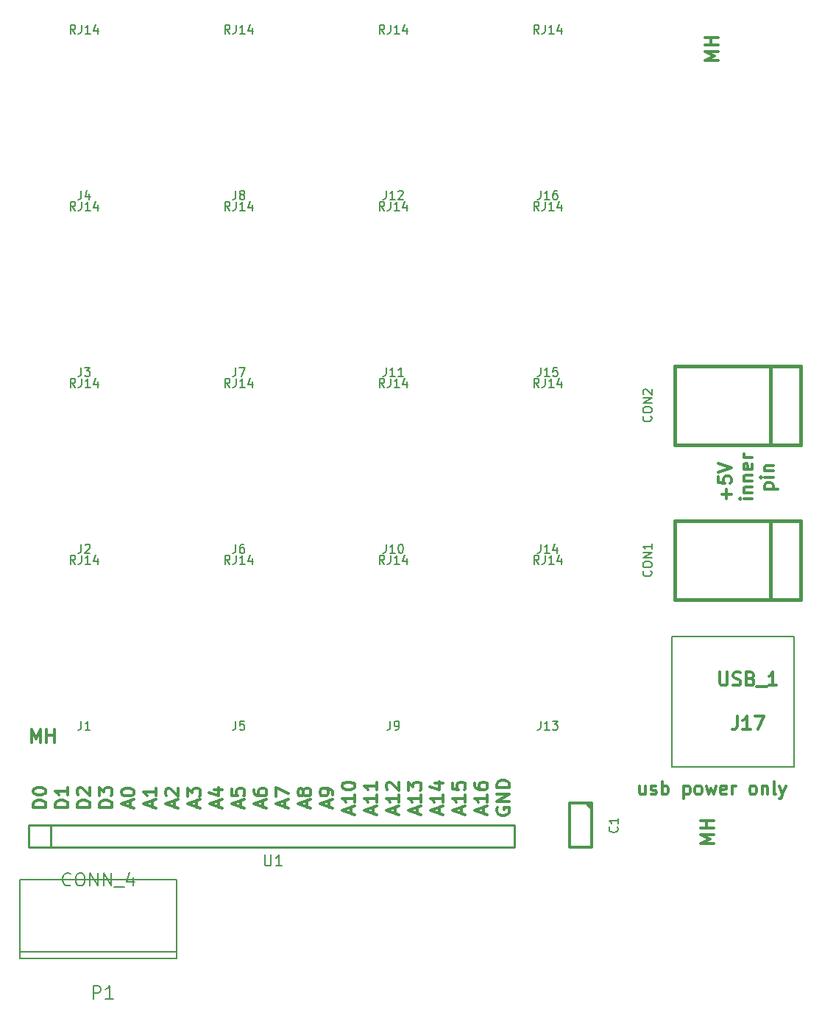
<source format=gto>
%FSLAX34Y34*%
G04 Gerber Fmt 3.4, Leading zero omitted, Abs format*
G04 (created by PCBNEW (2014-jan-25)-product) date Wed 30 Apr 2014 08:14:39 PM MDT*
%MOIN*%
G01*
G70*
G90*
G04 APERTURE LIST*
%ADD10C,0.003937*%
%ADD11C,0.011811*%
%ADD12C,0.012000*%
%ADD13C,0.015000*%
%ADD14C,0.005000*%
%ADD15C,0.010000*%
%ADD16C,0.005906*%
%ADD17C,0.008000*%
G04 APERTURE END LIST*
G54D10*
G54D11*
X69417Y-47708D02*
X69417Y-48101D01*
X69164Y-47708D02*
X69164Y-48017D01*
X69192Y-48073D01*
X69249Y-48101D01*
X69333Y-48101D01*
X69389Y-48073D01*
X69417Y-48045D01*
X69670Y-48073D02*
X69727Y-48101D01*
X69839Y-48101D01*
X69895Y-48073D01*
X69924Y-48017D01*
X69924Y-47989D01*
X69895Y-47933D01*
X69839Y-47904D01*
X69755Y-47904D01*
X69699Y-47876D01*
X69670Y-47820D01*
X69670Y-47792D01*
X69699Y-47736D01*
X69755Y-47708D01*
X69839Y-47708D01*
X69895Y-47736D01*
X70177Y-48101D02*
X70177Y-47511D01*
X70177Y-47736D02*
X70233Y-47708D01*
X70345Y-47708D01*
X70402Y-47736D01*
X70430Y-47764D01*
X70458Y-47820D01*
X70458Y-47989D01*
X70430Y-48045D01*
X70402Y-48073D01*
X70345Y-48101D01*
X70233Y-48101D01*
X70177Y-48073D01*
X71161Y-47708D02*
X71161Y-48298D01*
X71161Y-47736D02*
X71217Y-47708D01*
X71330Y-47708D01*
X71386Y-47736D01*
X71414Y-47764D01*
X71442Y-47820D01*
X71442Y-47989D01*
X71414Y-48045D01*
X71386Y-48073D01*
X71330Y-48101D01*
X71217Y-48101D01*
X71161Y-48073D01*
X71780Y-48101D02*
X71723Y-48073D01*
X71695Y-48045D01*
X71667Y-47989D01*
X71667Y-47820D01*
X71695Y-47764D01*
X71723Y-47736D01*
X71780Y-47708D01*
X71864Y-47708D01*
X71920Y-47736D01*
X71948Y-47764D01*
X71976Y-47820D01*
X71976Y-47989D01*
X71948Y-48045D01*
X71920Y-48073D01*
X71864Y-48101D01*
X71780Y-48101D01*
X72173Y-47708D02*
X72286Y-48101D01*
X72398Y-47820D01*
X72511Y-48101D01*
X72623Y-47708D01*
X73073Y-48073D02*
X73017Y-48101D01*
X72904Y-48101D01*
X72848Y-48073D01*
X72820Y-48017D01*
X72820Y-47792D01*
X72848Y-47736D01*
X72904Y-47708D01*
X73017Y-47708D01*
X73073Y-47736D01*
X73101Y-47792D01*
X73101Y-47848D01*
X72820Y-47904D01*
X73354Y-48101D02*
X73354Y-47708D01*
X73354Y-47820D02*
X73383Y-47764D01*
X73411Y-47736D01*
X73467Y-47708D01*
X73523Y-47708D01*
X74254Y-48101D02*
X74198Y-48073D01*
X74170Y-48045D01*
X74142Y-47989D01*
X74142Y-47820D01*
X74170Y-47764D01*
X74198Y-47736D01*
X74254Y-47708D01*
X74339Y-47708D01*
X74395Y-47736D01*
X74423Y-47764D01*
X74451Y-47820D01*
X74451Y-47989D01*
X74423Y-48045D01*
X74395Y-48073D01*
X74339Y-48101D01*
X74254Y-48101D01*
X74704Y-47708D02*
X74704Y-48101D01*
X74704Y-47764D02*
X74732Y-47736D01*
X74789Y-47708D01*
X74873Y-47708D01*
X74929Y-47736D01*
X74957Y-47792D01*
X74957Y-48101D01*
X75323Y-48101D02*
X75267Y-48073D01*
X75239Y-48017D01*
X75239Y-47511D01*
X75492Y-47708D02*
X75632Y-48101D01*
X75773Y-47708D02*
X75632Y-48101D01*
X75576Y-48242D01*
X75548Y-48270D01*
X75492Y-48298D01*
X73097Y-34734D02*
X73097Y-34284D01*
X73322Y-34509D02*
X72872Y-34509D01*
X72731Y-33721D02*
X72731Y-34003D01*
X73012Y-34031D01*
X72984Y-34003D01*
X72956Y-33946D01*
X72956Y-33806D01*
X72984Y-33749D01*
X73012Y-33721D01*
X73069Y-33693D01*
X73209Y-33693D01*
X73266Y-33721D01*
X73294Y-33749D01*
X73322Y-33806D01*
X73322Y-33946D01*
X73294Y-34003D01*
X73266Y-34031D01*
X72731Y-33525D02*
X73322Y-33328D01*
X72731Y-33131D01*
X74267Y-34720D02*
X73873Y-34720D01*
X73676Y-34720D02*
X73704Y-34748D01*
X73732Y-34720D01*
X73704Y-34692D01*
X73676Y-34720D01*
X73732Y-34720D01*
X73873Y-34438D02*
X74267Y-34438D01*
X73929Y-34438D02*
X73901Y-34410D01*
X73873Y-34354D01*
X73873Y-34270D01*
X73901Y-34214D01*
X73957Y-34185D01*
X74267Y-34185D01*
X73873Y-33904D02*
X74267Y-33904D01*
X73929Y-33904D02*
X73901Y-33876D01*
X73873Y-33820D01*
X73873Y-33735D01*
X73901Y-33679D01*
X73957Y-33651D01*
X74267Y-33651D01*
X74239Y-33145D02*
X74267Y-33201D01*
X74267Y-33314D01*
X74239Y-33370D01*
X74182Y-33398D01*
X73957Y-33398D01*
X73901Y-33370D01*
X73873Y-33314D01*
X73873Y-33201D01*
X73901Y-33145D01*
X73957Y-33117D01*
X74014Y-33117D01*
X74070Y-33398D01*
X74267Y-32864D02*
X73873Y-32864D01*
X73985Y-32864D02*
X73929Y-32836D01*
X73901Y-32807D01*
X73873Y-32751D01*
X73873Y-32695D01*
X74818Y-34284D02*
X75408Y-34284D01*
X74846Y-34284D02*
X74818Y-34228D01*
X74818Y-34115D01*
X74846Y-34059D01*
X74874Y-34031D01*
X74930Y-34003D01*
X75099Y-34003D01*
X75155Y-34031D01*
X75183Y-34059D01*
X75212Y-34115D01*
X75212Y-34228D01*
X75183Y-34284D01*
X75212Y-33750D02*
X74818Y-33750D01*
X74621Y-33750D02*
X74649Y-33778D01*
X74677Y-33750D01*
X74649Y-33721D01*
X74621Y-33750D01*
X74677Y-33750D01*
X74818Y-33468D02*
X75212Y-33468D01*
X74874Y-33468D02*
X74846Y-33440D01*
X74818Y-33384D01*
X74818Y-33300D01*
X74846Y-33243D01*
X74902Y-33215D01*
X75212Y-33215D01*
X60098Y-48953D02*
X60098Y-48671D01*
X60267Y-49009D02*
X59676Y-48812D01*
X60267Y-48615D01*
X60267Y-48109D02*
X60267Y-48446D01*
X60267Y-48278D02*
X59676Y-48278D01*
X59760Y-48334D01*
X59817Y-48390D01*
X59845Y-48446D01*
X59873Y-47603D02*
X60267Y-47603D01*
X59648Y-47743D02*
X60070Y-47884D01*
X60070Y-47518D01*
X62704Y-48699D02*
X62676Y-48756D01*
X62676Y-48840D01*
X62704Y-48924D01*
X62760Y-48981D01*
X62817Y-49009D01*
X62929Y-49037D01*
X63014Y-49037D01*
X63126Y-49009D01*
X63182Y-48981D01*
X63239Y-48924D01*
X63267Y-48840D01*
X63267Y-48784D01*
X63239Y-48699D01*
X63210Y-48671D01*
X63014Y-48671D01*
X63014Y-48784D01*
X63267Y-48418D02*
X62676Y-48418D01*
X63267Y-48081D01*
X62676Y-48081D01*
X63267Y-47800D02*
X62676Y-47800D01*
X62676Y-47659D01*
X62704Y-47575D01*
X62760Y-47518D01*
X62817Y-47490D01*
X62929Y-47462D01*
X63014Y-47462D01*
X63126Y-47490D01*
X63182Y-47518D01*
X63239Y-47575D01*
X63267Y-47659D01*
X63267Y-47800D01*
X62098Y-48953D02*
X62098Y-48671D01*
X62267Y-49009D02*
X61676Y-48812D01*
X62267Y-48615D01*
X62267Y-48109D02*
X62267Y-48446D01*
X62267Y-48278D02*
X61676Y-48278D01*
X61760Y-48334D01*
X61817Y-48390D01*
X61845Y-48446D01*
X61676Y-47603D02*
X61676Y-47715D01*
X61704Y-47771D01*
X61732Y-47800D01*
X61817Y-47856D01*
X61929Y-47884D01*
X62154Y-47884D01*
X62210Y-47856D01*
X62239Y-47828D01*
X62267Y-47771D01*
X62267Y-47659D01*
X62239Y-47603D01*
X62210Y-47575D01*
X62154Y-47546D01*
X62014Y-47546D01*
X61957Y-47575D01*
X61929Y-47603D01*
X61901Y-47659D01*
X61901Y-47771D01*
X61929Y-47828D01*
X61957Y-47856D01*
X62014Y-47884D01*
X61098Y-48953D02*
X61098Y-48671D01*
X61267Y-49009D02*
X60676Y-48812D01*
X61267Y-48615D01*
X61267Y-48109D02*
X61267Y-48446D01*
X61267Y-48278D02*
X60676Y-48278D01*
X60760Y-48334D01*
X60817Y-48390D01*
X60845Y-48446D01*
X60676Y-47575D02*
X60676Y-47856D01*
X60957Y-47884D01*
X60929Y-47856D01*
X60901Y-47800D01*
X60901Y-47659D01*
X60929Y-47603D01*
X60957Y-47575D01*
X61014Y-47546D01*
X61154Y-47546D01*
X61210Y-47575D01*
X61239Y-47603D01*
X61267Y-47659D01*
X61267Y-47800D01*
X61239Y-47856D01*
X61210Y-47884D01*
X56098Y-48953D02*
X56098Y-48671D01*
X56267Y-49009D02*
X55676Y-48812D01*
X56267Y-48615D01*
X56267Y-48109D02*
X56267Y-48446D01*
X56267Y-48278D02*
X55676Y-48278D01*
X55760Y-48334D01*
X55817Y-48390D01*
X55845Y-48446D01*
X55676Y-47743D02*
X55676Y-47687D01*
X55704Y-47631D01*
X55732Y-47603D01*
X55789Y-47575D01*
X55901Y-47546D01*
X56042Y-47546D01*
X56154Y-47575D01*
X56210Y-47603D01*
X56239Y-47631D01*
X56267Y-47687D01*
X56267Y-47743D01*
X56239Y-47800D01*
X56210Y-47828D01*
X56154Y-47856D01*
X56042Y-47884D01*
X55901Y-47884D01*
X55789Y-47856D01*
X55732Y-47828D01*
X55704Y-47800D01*
X55676Y-47743D01*
X57098Y-48953D02*
X57098Y-48671D01*
X57267Y-49009D02*
X56676Y-48812D01*
X57267Y-48615D01*
X57267Y-48109D02*
X57267Y-48446D01*
X57267Y-48278D02*
X56676Y-48278D01*
X56760Y-48334D01*
X56817Y-48390D01*
X56845Y-48446D01*
X57267Y-47546D02*
X57267Y-47884D01*
X57267Y-47715D02*
X56676Y-47715D01*
X56760Y-47771D01*
X56817Y-47828D01*
X56845Y-47884D01*
X58098Y-48953D02*
X58098Y-48671D01*
X58267Y-49009D02*
X57676Y-48812D01*
X58267Y-48615D01*
X58267Y-48109D02*
X58267Y-48446D01*
X58267Y-48278D02*
X57676Y-48278D01*
X57760Y-48334D01*
X57817Y-48390D01*
X57845Y-48446D01*
X57732Y-47884D02*
X57704Y-47856D01*
X57676Y-47800D01*
X57676Y-47659D01*
X57704Y-47603D01*
X57732Y-47575D01*
X57789Y-47546D01*
X57845Y-47546D01*
X57929Y-47575D01*
X58267Y-47912D01*
X58267Y-47546D01*
X59098Y-48953D02*
X59098Y-48671D01*
X59267Y-49009D02*
X58676Y-48812D01*
X59267Y-48615D01*
X59267Y-48109D02*
X59267Y-48446D01*
X59267Y-48278D02*
X58676Y-48278D01*
X58760Y-48334D01*
X58817Y-48390D01*
X58845Y-48446D01*
X58676Y-47912D02*
X58676Y-47546D01*
X58901Y-47743D01*
X58901Y-47659D01*
X58929Y-47603D01*
X58957Y-47575D01*
X59014Y-47546D01*
X59154Y-47546D01*
X59210Y-47575D01*
X59239Y-47603D01*
X59267Y-47659D01*
X59267Y-47828D01*
X59239Y-47884D01*
X59210Y-47912D01*
X55098Y-48671D02*
X55098Y-48390D01*
X55267Y-48728D02*
X54676Y-48531D01*
X55267Y-48334D01*
X55267Y-48109D02*
X55267Y-47996D01*
X55239Y-47940D01*
X55210Y-47912D01*
X55126Y-47856D01*
X55014Y-47828D01*
X54789Y-47828D01*
X54732Y-47856D01*
X54704Y-47884D01*
X54676Y-47940D01*
X54676Y-48053D01*
X54704Y-48109D01*
X54732Y-48137D01*
X54789Y-48165D01*
X54929Y-48165D01*
X54985Y-48137D01*
X55014Y-48109D01*
X55042Y-48053D01*
X55042Y-47940D01*
X55014Y-47884D01*
X54985Y-47856D01*
X54929Y-47828D01*
X54098Y-48671D02*
X54098Y-48390D01*
X54267Y-48728D02*
X53676Y-48531D01*
X54267Y-48334D01*
X53929Y-48053D02*
X53901Y-48109D01*
X53873Y-48137D01*
X53817Y-48165D01*
X53789Y-48165D01*
X53732Y-48137D01*
X53704Y-48109D01*
X53676Y-48053D01*
X53676Y-47940D01*
X53704Y-47884D01*
X53732Y-47856D01*
X53789Y-47828D01*
X53817Y-47828D01*
X53873Y-47856D01*
X53901Y-47884D01*
X53929Y-47940D01*
X53929Y-48053D01*
X53957Y-48109D01*
X53985Y-48137D01*
X54042Y-48165D01*
X54154Y-48165D01*
X54210Y-48137D01*
X54239Y-48109D01*
X54267Y-48053D01*
X54267Y-47940D01*
X54239Y-47884D01*
X54210Y-47856D01*
X54154Y-47828D01*
X54042Y-47828D01*
X53985Y-47856D01*
X53957Y-47884D01*
X53929Y-47940D01*
X53098Y-48671D02*
X53098Y-48390D01*
X53267Y-48728D02*
X52676Y-48531D01*
X53267Y-48334D01*
X52676Y-48193D02*
X52676Y-47800D01*
X53267Y-48053D01*
X52098Y-48671D02*
X52098Y-48390D01*
X52267Y-48728D02*
X51676Y-48531D01*
X52267Y-48334D01*
X51676Y-47884D02*
X51676Y-47996D01*
X51704Y-48053D01*
X51732Y-48081D01*
X51817Y-48137D01*
X51929Y-48165D01*
X52154Y-48165D01*
X52210Y-48137D01*
X52239Y-48109D01*
X52267Y-48053D01*
X52267Y-47940D01*
X52239Y-47884D01*
X52210Y-47856D01*
X52154Y-47828D01*
X52014Y-47828D01*
X51957Y-47856D01*
X51929Y-47884D01*
X51901Y-47940D01*
X51901Y-48053D01*
X51929Y-48109D01*
X51957Y-48137D01*
X52014Y-48165D01*
X51098Y-48671D02*
X51098Y-48390D01*
X51267Y-48728D02*
X50676Y-48531D01*
X51267Y-48334D01*
X50676Y-47856D02*
X50676Y-48137D01*
X50957Y-48165D01*
X50929Y-48137D01*
X50901Y-48081D01*
X50901Y-47940D01*
X50929Y-47884D01*
X50957Y-47856D01*
X51014Y-47828D01*
X51154Y-47828D01*
X51210Y-47856D01*
X51239Y-47884D01*
X51267Y-47940D01*
X51267Y-48081D01*
X51239Y-48137D01*
X51210Y-48165D01*
X50098Y-48671D02*
X50098Y-48390D01*
X50267Y-48728D02*
X49676Y-48531D01*
X50267Y-48334D01*
X49873Y-47884D02*
X50267Y-47884D01*
X49648Y-48025D02*
X50070Y-48165D01*
X50070Y-47800D01*
X49098Y-48671D02*
X49098Y-48390D01*
X49267Y-48728D02*
X48676Y-48531D01*
X49267Y-48334D01*
X48676Y-48193D02*
X48676Y-47828D01*
X48901Y-48025D01*
X48901Y-47940D01*
X48929Y-47884D01*
X48957Y-47856D01*
X49014Y-47828D01*
X49154Y-47828D01*
X49210Y-47856D01*
X49239Y-47884D01*
X49267Y-47940D01*
X49267Y-48109D01*
X49239Y-48165D01*
X49210Y-48193D01*
X48098Y-48671D02*
X48098Y-48390D01*
X48267Y-48728D02*
X47676Y-48531D01*
X48267Y-48334D01*
X47732Y-48165D02*
X47704Y-48137D01*
X47676Y-48081D01*
X47676Y-47940D01*
X47704Y-47884D01*
X47732Y-47856D01*
X47789Y-47828D01*
X47845Y-47828D01*
X47929Y-47856D01*
X48267Y-48193D01*
X48267Y-47828D01*
X47098Y-48671D02*
X47098Y-48390D01*
X47267Y-48728D02*
X46676Y-48531D01*
X47267Y-48334D01*
X47267Y-47828D02*
X47267Y-48165D01*
X47267Y-47996D02*
X46676Y-47996D01*
X46760Y-48053D01*
X46817Y-48109D01*
X46845Y-48165D01*
X46098Y-48671D02*
X46098Y-48390D01*
X46267Y-48728D02*
X45676Y-48531D01*
X46267Y-48334D01*
X45676Y-48025D02*
X45676Y-47968D01*
X45704Y-47912D01*
X45732Y-47884D01*
X45789Y-47856D01*
X45901Y-47828D01*
X46042Y-47828D01*
X46154Y-47856D01*
X46210Y-47884D01*
X46239Y-47912D01*
X46267Y-47968D01*
X46267Y-48025D01*
X46239Y-48081D01*
X46210Y-48109D01*
X46154Y-48137D01*
X46042Y-48165D01*
X45901Y-48165D01*
X45789Y-48137D01*
X45732Y-48109D01*
X45704Y-48081D01*
X45676Y-48025D01*
X45267Y-48685D02*
X44676Y-48685D01*
X44676Y-48545D01*
X44704Y-48460D01*
X44760Y-48404D01*
X44817Y-48376D01*
X44929Y-48348D01*
X45014Y-48348D01*
X45126Y-48376D01*
X45182Y-48404D01*
X45239Y-48460D01*
X45267Y-48545D01*
X45267Y-48685D01*
X44676Y-48151D02*
X44676Y-47785D01*
X44901Y-47982D01*
X44901Y-47898D01*
X44929Y-47842D01*
X44957Y-47814D01*
X45014Y-47785D01*
X45154Y-47785D01*
X45210Y-47814D01*
X45239Y-47842D01*
X45267Y-47898D01*
X45267Y-48067D01*
X45239Y-48123D01*
X45210Y-48151D01*
X44267Y-48685D02*
X43676Y-48685D01*
X43676Y-48545D01*
X43704Y-48460D01*
X43760Y-48404D01*
X43817Y-48376D01*
X43929Y-48348D01*
X44014Y-48348D01*
X44126Y-48376D01*
X44182Y-48404D01*
X44239Y-48460D01*
X44267Y-48545D01*
X44267Y-48685D01*
X43732Y-48123D02*
X43704Y-48095D01*
X43676Y-48039D01*
X43676Y-47898D01*
X43704Y-47842D01*
X43732Y-47814D01*
X43789Y-47785D01*
X43845Y-47785D01*
X43929Y-47814D01*
X44267Y-48151D01*
X44267Y-47785D01*
X43267Y-48685D02*
X42676Y-48685D01*
X42676Y-48545D01*
X42704Y-48460D01*
X42760Y-48404D01*
X42817Y-48376D01*
X42929Y-48348D01*
X43014Y-48348D01*
X43126Y-48376D01*
X43182Y-48404D01*
X43239Y-48460D01*
X43267Y-48545D01*
X43267Y-48685D01*
X43267Y-47785D02*
X43267Y-48123D01*
X43267Y-47954D02*
X42676Y-47954D01*
X42760Y-48010D01*
X42817Y-48067D01*
X42845Y-48123D01*
X42267Y-48685D02*
X41676Y-48685D01*
X41676Y-48545D01*
X41704Y-48460D01*
X41760Y-48404D01*
X41817Y-48376D01*
X41929Y-48348D01*
X42014Y-48348D01*
X42126Y-48376D01*
X42182Y-48404D01*
X42239Y-48460D01*
X42267Y-48545D01*
X42267Y-48685D01*
X41676Y-47982D02*
X41676Y-47926D01*
X41704Y-47870D01*
X41732Y-47842D01*
X41789Y-47814D01*
X41901Y-47785D01*
X42042Y-47785D01*
X42154Y-47814D01*
X42210Y-47842D01*
X42239Y-47870D01*
X42267Y-47926D01*
X42267Y-47982D01*
X42239Y-48039D01*
X42210Y-48067D01*
X42154Y-48095D01*
X42042Y-48123D01*
X41901Y-48123D01*
X41789Y-48095D01*
X41732Y-48067D01*
X41704Y-48039D01*
X41676Y-47982D01*
G54D12*
X67000Y-48520D02*
X67000Y-50500D01*
X67000Y-50500D02*
X66000Y-50500D01*
X66000Y-50500D02*
X66000Y-48500D01*
X66000Y-48500D02*
X67000Y-48500D01*
X66750Y-48500D02*
X67000Y-48750D01*
G54D13*
X75075Y-39272D02*
X75075Y-35728D01*
X76453Y-39272D02*
X76453Y-35728D01*
X76453Y-35728D02*
X70744Y-35728D01*
X70744Y-35728D02*
X70744Y-39272D01*
X70744Y-39272D02*
X76453Y-39272D01*
X75075Y-32272D02*
X75075Y-28728D01*
X76453Y-32272D02*
X76453Y-28728D01*
X76453Y-28728D02*
X70744Y-28728D01*
X70744Y-28728D02*
X70744Y-32272D01*
X70744Y-32272D02*
X76453Y-32272D01*
G54D14*
X70612Y-40947D02*
X76162Y-40947D01*
X76162Y-46847D02*
X70612Y-46847D01*
X70612Y-40947D02*
X70612Y-46847D01*
X76162Y-40947D02*
X76162Y-46847D01*
G54D15*
X42500Y-50500D02*
X63500Y-50500D01*
X63500Y-50500D02*
X63500Y-49500D01*
X63500Y-49500D02*
X42500Y-49500D01*
X41500Y-49500D02*
X42500Y-49500D01*
X42500Y-49500D02*
X42500Y-50500D01*
X41500Y-49500D02*
X41500Y-50500D01*
X41500Y-50500D02*
X42500Y-50500D01*
G54D16*
X48188Y-55236D02*
X48188Y-55511D01*
X48188Y-55511D02*
X41102Y-55511D01*
X41102Y-55511D02*
X41102Y-55236D01*
X48188Y-55118D02*
X48188Y-55236D01*
X48188Y-55236D02*
X41102Y-55236D01*
X41102Y-55236D02*
X41102Y-55078D01*
X41102Y-55118D02*
X41102Y-51968D01*
X41102Y-51968D02*
X48188Y-51968D01*
X48188Y-51968D02*
X48188Y-55118D01*
G54D17*
X68142Y-49566D02*
X68161Y-49585D01*
X68180Y-49642D01*
X68180Y-49680D01*
X68161Y-49738D01*
X68123Y-49776D01*
X68085Y-49795D01*
X68009Y-49814D01*
X67952Y-49814D01*
X67876Y-49795D01*
X67838Y-49776D01*
X67800Y-49738D01*
X67780Y-49680D01*
X67780Y-49642D01*
X67800Y-49585D01*
X67819Y-49566D01*
X68180Y-49185D02*
X68180Y-49414D01*
X68180Y-49299D02*
X67780Y-49299D01*
X67838Y-49338D01*
X67876Y-49376D01*
X67895Y-49414D01*
X69666Y-37985D02*
X69685Y-38004D01*
X69704Y-38061D01*
X69704Y-38100D01*
X69685Y-38157D01*
X69647Y-38195D01*
X69609Y-38214D01*
X69533Y-38233D01*
X69476Y-38233D01*
X69400Y-38214D01*
X69362Y-38195D01*
X69324Y-38157D01*
X69304Y-38100D01*
X69304Y-38061D01*
X69324Y-38004D01*
X69343Y-37985D01*
X69304Y-37738D02*
X69304Y-37661D01*
X69324Y-37623D01*
X69362Y-37585D01*
X69438Y-37566D01*
X69571Y-37566D01*
X69647Y-37585D01*
X69685Y-37623D01*
X69704Y-37661D01*
X69704Y-37738D01*
X69685Y-37776D01*
X69647Y-37814D01*
X69571Y-37833D01*
X69438Y-37833D01*
X69362Y-37814D01*
X69324Y-37776D01*
X69304Y-37738D01*
X69704Y-37395D02*
X69304Y-37395D01*
X69704Y-37166D01*
X69304Y-37166D01*
X69704Y-36766D02*
X69704Y-36995D01*
X69704Y-36880D02*
X69304Y-36880D01*
X69362Y-36919D01*
X69400Y-36957D01*
X69419Y-36995D01*
X69666Y-30985D02*
X69685Y-31004D01*
X69704Y-31061D01*
X69704Y-31100D01*
X69685Y-31157D01*
X69647Y-31195D01*
X69609Y-31214D01*
X69533Y-31233D01*
X69476Y-31233D01*
X69400Y-31214D01*
X69362Y-31195D01*
X69324Y-31157D01*
X69304Y-31100D01*
X69304Y-31061D01*
X69324Y-31004D01*
X69343Y-30985D01*
X69304Y-30738D02*
X69304Y-30661D01*
X69324Y-30623D01*
X69362Y-30585D01*
X69438Y-30566D01*
X69571Y-30566D01*
X69647Y-30585D01*
X69685Y-30623D01*
X69704Y-30661D01*
X69704Y-30738D01*
X69685Y-30776D01*
X69647Y-30814D01*
X69571Y-30833D01*
X69438Y-30833D01*
X69362Y-30814D01*
X69324Y-30776D01*
X69304Y-30738D01*
X69704Y-30395D02*
X69304Y-30395D01*
X69704Y-30166D01*
X69304Y-30166D01*
X69343Y-29995D02*
X69324Y-29976D01*
X69304Y-29938D01*
X69304Y-29842D01*
X69324Y-29804D01*
X69343Y-29785D01*
X69381Y-29766D01*
X69419Y-29766D01*
X69476Y-29785D01*
X69704Y-30014D01*
X69704Y-29766D01*
G54D12*
X73577Y-44569D02*
X73577Y-44997D01*
X73548Y-45083D01*
X73491Y-45140D01*
X73405Y-45169D01*
X73348Y-45169D01*
X74177Y-45169D02*
X73834Y-45169D01*
X74005Y-45169D02*
X74005Y-44569D01*
X73948Y-44654D01*
X73891Y-44711D01*
X73834Y-44740D01*
X74377Y-44569D02*
X74777Y-44569D01*
X74520Y-45169D01*
X72791Y-42569D02*
X72791Y-43054D01*
X72820Y-43111D01*
X72848Y-43140D01*
X72905Y-43169D01*
X73020Y-43169D01*
X73077Y-43140D01*
X73105Y-43111D01*
X73134Y-43054D01*
X73134Y-42569D01*
X73391Y-43140D02*
X73477Y-43169D01*
X73620Y-43169D01*
X73677Y-43140D01*
X73705Y-43111D01*
X73734Y-43054D01*
X73734Y-42997D01*
X73705Y-42940D01*
X73677Y-42911D01*
X73620Y-42883D01*
X73505Y-42854D01*
X73448Y-42826D01*
X73420Y-42797D01*
X73391Y-42740D01*
X73391Y-42683D01*
X73420Y-42626D01*
X73448Y-42597D01*
X73505Y-42569D01*
X73648Y-42569D01*
X73734Y-42597D01*
X74191Y-42854D02*
X74277Y-42883D01*
X74305Y-42911D01*
X74334Y-42969D01*
X74334Y-43054D01*
X74305Y-43111D01*
X74277Y-43140D01*
X74220Y-43169D01*
X73991Y-43169D01*
X73991Y-42569D01*
X74191Y-42569D01*
X74248Y-42597D01*
X74277Y-42626D01*
X74305Y-42683D01*
X74305Y-42740D01*
X74277Y-42797D01*
X74248Y-42826D01*
X74191Y-42854D01*
X73991Y-42854D01*
X74448Y-43226D02*
X74905Y-43226D01*
X75362Y-43169D02*
X75020Y-43169D01*
X75191Y-43169D02*
X75191Y-42569D01*
X75134Y-42654D01*
X75077Y-42711D01*
X75020Y-42740D01*
G54D17*
X52178Y-50828D02*
X52178Y-51233D01*
X52201Y-51280D01*
X52225Y-51304D01*
X52273Y-51328D01*
X52368Y-51328D01*
X52416Y-51304D01*
X52440Y-51280D01*
X52463Y-51233D01*
X52463Y-50828D01*
X52963Y-51328D02*
X52678Y-51328D01*
X52820Y-51328D02*
X52820Y-50828D01*
X52773Y-50899D01*
X52725Y-50947D01*
X52678Y-50971D01*
G54D16*
X43868Y-44784D02*
X43868Y-45065D01*
X43850Y-45121D01*
X43812Y-45159D01*
X43756Y-45178D01*
X43718Y-45178D01*
X44262Y-45178D02*
X44037Y-45178D01*
X44149Y-45178D02*
X44149Y-44784D01*
X44112Y-44840D01*
X44074Y-44878D01*
X44037Y-44896D01*
X43596Y-37678D02*
X43465Y-37490D01*
X43371Y-37678D02*
X43371Y-37284D01*
X43521Y-37284D01*
X43559Y-37303D01*
X43578Y-37321D01*
X43596Y-37359D01*
X43596Y-37415D01*
X43578Y-37453D01*
X43559Y-37471D01*
X43521Y-37490D01*
X43371Y-37490D01*
X43878Y-37284D02*
X43878Y-37565D01*
X43859Y-37621D01*
X43821Y-37659D01*
X43765Y-37678D01*
X43728Y-37678D01*
X44271Y-37678D02*
X44046Y-37678D01*
X44159Y-37678D02*
X44159Y-37284D01*
X44121Y-37340D01*
X44084Y-37378D01*
X44046Y-37396D01*
X44609Y-37415D02*
X44609Y-37678D01*
X44515Y-37265D02*
X44421Y-37546D01*
X44665Y-37546D01*
X43868Y-36784D02*
X43868Y-37065D01*
X43850Y-37121D01*
X43812Y-37159D01*
X43756Y-37178D01*
X43718Y-37178D01*
X44037Y-36821D02*
X44056Y-36803D01*
X44093Y-36784D01*
X44187Y-36784D01*
X44224Y-36803D01*
X44243Y-36821D01*
X44262Y-36859D01*
X44262Y-36896D01*
X44243Y-36953D01*
X44018Y-37178D01*
X44262Y-37178D01*
X43596Y-29678D02*
X43465Y-29490D01*
X43371Y-29678D02*
X43371Y-29284D01*
X43521Y-29284D01*
X43559Y-29303D01*
X43578Y-29321D01*
X43596Y-29359D01*
X43596Y-29415D01*
X43578Y-29453D01*
X43559Y-29471D01*
X43521Y-29490D01*
X43371Y-29490D01*
X43878Y-29284D02*
X43878Y-29565D01*
X43859Y-29621D01*
X43821Y-29659D01*
X43765Y-29678D01*
X43728Y-29678D01*
X44271Y-29678D02*
X44046Y-29678D01*
X44159Y-29678D02*
X44159Y-29284D01*
X44121Y-29340D01*
X44084Y-29378D01*
X44046Y-29396D01*
X44609Y-29415D02*
X44609Y-29678D01*
X44515Y-29265D02*
X44421Y-29546D01*
X44665Y-29546D01*
X43868Y-28784D02*
X43868Y-29065D01*
X43850Y-29121D01*
X43812Y-29159D01*
X43756Y-29178D01*
X43718Y-29178D01*
X44018Y-28784D02*
X44262Y-28784D01*
X44131Y-28934D01*
X44187Y-28934D01*
X44224Y-28953D01*
X44243Y-28971D01*
X44262Y-29009D01*
X44262Y-29103D01*
X44243Y-29140D01*
X44224Y-29159D01*
X44187Y-29178D01*
X44074Y-29178D01*
X44037Y-29159D01*
X44018Y-29140D01*
X43596Y-21678D02*
X43465Y-21490D01*
X43371Y-21678D02*
X43371Y-21284D01*
X43521Y-21284D01*
X43559Y-21303D01*
X43578Y-21321D01*
X43596Y-21359D01*
X43596Y-21415D01*
X43578Y-21453D01*
X43559Y-21471D01*
X43521Y-21490D01*
X43371Y-21490D01*
X43878Y-21284D02*
X43878Y-21565D01*
X43859Y-21621D01*
X43821Y-21659D01*
X43765Y-21678D01*
X43728Y-21678D01*
X44271Y-21678D02*
X44046Y-21678D01*
X44159Y-21678D02*
X44159Y-21284D01*
X44121Y-21340D01*
X44084Y-21378D01*
X44046Y-21396D01*
X44609Y-21415D02*
X44609Y-21678D01*
X44515Y-21265D02*
X44421Y-21546D01*
X44665Y-21546D01*
X43868Y-20784D02*
X43868Y-21065D01*
X43850Y-21121D01*
X43812Y-21159D01*
X43756Y-21178D01*
X43718Y-21178D01*
X44224Y-20915D02*
X44224Y-21178D01*
X44131Y-20765D02*
X44037Y-21046D01*
X44281Y-21046D01*
X43596Y-13678D02*
X43465Y-13490D01*
X43371Y-13678D02*
X43371Y-13284D01*
X43521Y-13284D01*
X43559Y-13303D01*
X43578Y-13321D01*
X43596Y-13359D01*
X43596Y-13415D01*
X43578Y-13453D01*
X43559Y-13471D01*
X43521Y-13490D01*
X43371Y-13490D01*
X43878Y-13284D02*
X43878Y-13565D01*
X43859Y-13621D01*
X43821Y-13659D01*
X43765Y-13678D01*
X43728Y-13678D01*
X44271Y-13678D02*
X44046Y-13678D01*
X44159Y-13678D02*
X44159Y-13284D01*
X44121Y-13340D01*
X44084Y-13378D01*
X44046Y-13396D01*
X44609Y-13415D02*
X44609Y-13678D01*
X44515Y-13265D02*
X44421Y-13546D01*
X44665Y-13546D01*
X50868Y-44784D02*
X50868Y-45065D01*
X50850Y-45121D01*
X50812Y-45159D01*
X50756Y-45178D01*
X50718Y-45178D01*
X51243Y-44784D02*
X51056Y-44784D01*
X51037Y-44971D01*
X51056Y-44953D01*
X51093Y-44934D01*
X51187Y-44934D01*
X51224Y-44953D01*
X51243Y-44971D01*
X51262Y-45009D01*
X51262Y-45103D01*
X51243Y-45140D01*
X51224Y-45159D01*
X51187Y-45178D01*
X51093Y-45178D01*
X51056Y-45159D01*
X51037Y-45140D01*
X50596Y-37678D02*
X50465Y-37490D01*
X50371Y-37678D02*
X50371Y-37284D01*
X50521Y-37284D01*
X50559Y-37303D01*
X50578Y-37321D01*
X50596Y-37359D01*
X50596Y-37415D01*
X50578Y-37453D01*
X50559Y-37471D01*
X50521Y-37490D01*
X50371Y-37490D01*
X50878Y-37284D02*
X50878Y-37565D01*
X50859Y-37621D01*
X50821Y-37659D01*
X50765Y-37678D01*
X50728Y-37678D01*
X51271Y-37678D02*
X51046Y-37678D01*
X51159Y-37678D02*
X51159Y-37284D01*
X51121Y-37340D01*
X51084Y-37378D01*
X51046Y-37396D01*
X51609Y-37415D02*
X51609Y-37678D01*
X51515Y-37265D02*
X51421Y-37546D01*
X51665Y-37546D01*
X50868Y-36784D02*
X50868Y-37065D01*
X50850Y-37121D01*
X50812Y-37159D01*
X50756Y-37178D01*
X50718Y-37178D01*
X51224Y-36784D02*
X51149Y-36784D01*
X51112Y-36803D01*
X51093Y-36821D01*
X51056Y-36878D01*
X51037Y-36953D01*
X51037Y-37103D01*
X51056Y-37140D01*
X51074Y-37159D01*
X51112Y-37178D01*
X51187Y-37178D01*
X51224Y-37159D01*
X51243Y-37140D01*
X51262Y-37103D01*
X51262Y-37009D01*
X51243Y-36971D01*
X51224Y-36953D01*
X51187Y-36934D01*
X51112Y-36934D01*
X51074Y-36953D01*
X51056Y-36971D01*
X51037Y-37009D01*
X50596Y-29678D02*
X50465Y-29490D01*
X50371Y-29678D02*
X50371Y-29284D01*
X50521Y-29284D01*
X50559Y-29303D01*
X50578Y-29321D01*
X50596Y-29359D01*
X50596Y-29415D01*
X50578Y-29453D01*
X50559Y-29471D01*
X50521Y-29490D01*
X50371Y-29490D01*
X50878Y-29284D02*
X50878Y-29565D01*
X50859Y-29621D01*
X50821Y-29659D01*
X50765Y-29678D01*
X50728Y-29678D01*
X51271Y-29678D02*
X51046Y-29678D01*
X51159Y-29678D02*
X51159Y-29284D01*
X51121Y-29340D01*
X51084Y-29378D01*
X51046Y-29396D01*
X51609Y-29415D02*
X51609Y-29678D01*
X51515Y-29265D02*
X51421Y-29546D01*
X51665Y-29546D01*
X50868Y-28784D02*
X50868Y-29065D01*
X50850Y-29121D01*
X50812Y-29159D01*
X50756Y-29178D01*
X50718Y-29178D01*
X51018Y-28784D02*
X51281Y-28784D01*
X51112Y-29178D01*
X50596Y-21678D02*
X50465Y-21490D01*
X50371Y-21678D02*
X50371Y-21284D01*
X50521Y-21284D01*
X50559Y-21303D01*
X50578Y-21321D01*
X50596Y-21359D01*
X50596Y-21415D01*
X50578Y-21453D01*
X50559Y-21471D01*
X50521Y-21490D01*
X50371Y-21490D01*
X50878Y-21284D02*
X50878Y-21565D01*
X50859Y-21621D01*
X50821Y-21659D01*
X50765Y-21678D01*
X50728Y-21678D01*
X51271Y-21678D02*
X51046Y-21678D01*
X51159Y-21678D02*
X51159Y-21284D01*
X51121Y-21340D01*
X51084Y-21378D01*
X51046Y-21396D01*
X51609Y-21415D02*
X51609Y-21678D01*
X51515Y-21265D02*
X51421Y-21546D01*
X51665Y-21546D01*
X50868Y-20784D02*
X50868Y-21065D01*
X50850Y-21121D01*
X50812Y-21159D01*
X50756Y-21178D01*
X50718Y-21178D01*
X51112Y-20953D02*
X51074Y-20934D01*
X51056Y-20915D01*
X51037Y-20878D01*
X51037Y-20859D01*
X51056Y-20821D01*
X51074Y-20803D01*
X51112Y-20784D01*
X51187Y-20784D01*
X51224Y-20803D01*
X51243Y-20821D01*
X51262Y-20859D01*
X51262Y-20878D01*
X51243Y-20915D01*
X51224Y-20934D01*
X51187Y-20953D01*
X51112Y-20953D01*
X51074Y-20971D01*
X51056Y-20990D01*
X51037Y-21028D01*
X51037Y-21103D01*
X51056Y-21140D01*
X51074Y-21159D01*
X51112Y-21178D01*
X51187Y-21178D01*
X51224Y-21159D01*
X51243Y-21140D01*
X51262Y-21103D01*
X51262Y-21028D01*
X51243Y-20990D01*
X51224Y-20971D01*
X51187Y-20953D01*
X50596Y-13678D02*
X50465Y-13490D01*
X50371Y-13678D02*
X50371Y-13284D01*
X50521Y-13284D01*
X50559Y-13303D01*
X50578Y-13321D01*
X50596Y-13359D01*
X50596Y-13415D01*
X50578Y-13453D01*
X50559Y-13471D01*
X50521Y-13490D01*
X50371Y-13490D01*
X50878Y-13284D02*
X50878Y-13565D01*
X50859Y-13621D01*
X50821Y-13659D01*
X50765Y-13678D01*
X50728Y-13678D01*
X51271Y-13678D02*
X51046Y-13678D01*
X51159Y-13678D02*
X51159Y-13284D01*
X51121Y-13340D01*
X51084Y-13378D01*
X51046Y-13396D01*
X51609Y-13415D02*
X51609Y-13678D01*
X51515Y-13265D02*
X51421Y-13546D01*
X51665Y-13546D01*
X57868Y-44784D02*
X57868Y-45065D01*
X57850Y-45121D01*
X57812Y-45159D01*
X57756Y-45178D01*
X57718Y-45178D01*
X58074Y-45178D02*
X58149Y-45178D01*
X58187Y-45159D01*
X58206Y-45140D01*
X58243Y-45084D01*
X58262Y-45009D01*
X58262Y-44859D01*
X58243Y-44821D01*
X58224Y-44803D01*
X58187Y-44784D01*
X58112Y-44784D01*
X58074Y-44803D01*
X58056Y-44821D01*
X58037Y-44859D01*
X58037Y-44953D01*
X58056Y-44990D01*
X58074Y-45009D01*
X58112Y-45028D01*
X58187Y-45028D01*
X58224Y-45009D01*
X58243Y-44990D01*
X58262Y-44953D01*
X57596Y-37678D02*
X57465Y-37490D01*
X57371Y-37678D02*
X57371Y-37284D01*
X57521Y-37284D01*
X57559Y-37303D01*
X57578Y-37321D01*
X57596Y-37359D01*
X57596Y-37415D01*
X57578Y-37453D01*
X57559Y-37471D01*
X57521Y-37490D01*
X57371Y-37490D01*
X57878Y-37284D02*
X57878Y-37565D01*
X57859Y-37621D01*
X57821Y-37659D01*
X57765Y-37678D01*
X57728Y-37678D01*
X58271Y-37678D02*
X58046Y-37678D01*
X58159Y-37678D02*
X58159Y-37284D01*
X58121Y-37340D01*
X58084Y-37378D01*
X58046Y-37396D01*
X58609Y-37415D02*
X58609Y-37678D01*
X58515Y-37265D02*
X58421Y-37546D01*
X58665Y-37546D01*
X57681Y-36784D02*
X57681Y-37065D01*
X57662Y-37121D01*
X57625Y-37159D01*
X57568Y-37178D01*
X57531Y-37178D01*
X58074Y-37178D02*
X57850Y-37178D01*
X57962Y-37178D02*
X57962Y-36784D01*
X57925Y-36840D01*
X57887Y-36878D01*
X57850Y-36896D01*
X58318Y-36784D02*
X58356Y-36784D01*
X58393Y-36803D01*
X58412Y-36821D01*
X58431Y-36859D01*
X58449Y-36934D01*
X58449Y-37028D01*
X58431Y-37103D01*
X58412Y-37140D01*
X58393Y-37159D01*
X58356Y-37178D01*
X58318Y-37178D01*
X58281Y-37159D01*
X58262Y-37140D01*
X58243Y-37103D01*
X58224Y-37028D01*
X58224Y-36934D01*
X58243Y-36859D01*
X58262Y-36821D01*
X58281Y-36803D01*
X58318Y-36784D01*
X57596Y-29678D02*
X57465Y-29490D01*
X57371Y-29678D02*
X57371Y-29284D01*
X57521Y-29284D01*
X57559Y-29303D01*
X57578Y-29321D01*
X57596Y-29359D01*
X57596Y-29415D01*
X57578Y-29453D01*
X57559Y-29471D01*
X57521Y-29490D01*
X57371Y-29490D01*
X57878Y-29284D02*
X57878Y-29565D01*
X57859Y-29621D01*
X57821Y-29659D01*
X57765Y-29678D01*
X57728Y-29678D01*
X58271Y-29678D02*
X58046Y-29678D01*
X58159Y-29678D02*
X58159Y-29284D01*
X58121Y-29340D01*
X58084Y-29378D01*
X58046Y-29396D01*
X58609Y-29415D02*
X58609Y-29678D01*
X58515Y-29265D02*
X58421Y-29546D01*
X58665Y-29546D01*
X57681Y-28784D02*
X57681Y-29065D01*
X57662Y-29121D01*
X57625Y-29159D01*
X57568Y-29178D01*
X57531Y-29178D01*
X58074Y-29178D02*
X57850Y-29178D01*
X57962Y-29178D02*
X57962Y-28784D01*
X57925Y-28840D01*
X57887Y-28878D01*
X57850Y-28896D01*
X58449Y-29178D02*
X58224Y-29178D01*
X58337Y-29178D02*
X58337Y-28784D01*
X58299Y-28840D01*
X58262Y-28878D01*
X58224Y-28896D01*
X57596Y-21678D02*
X57465Y-21490D01*
X57371Y-21678D02*
X57371Y-21284D01*
X57521Y-21284D01*
X57559Y-21303D01*
X57578Y-21321D01*
X57596Y-21359D01*
X57596Y-21415D01*
X57578Y-21453D01*
X57559Y-21471D01*
X57521Y-21490D01*
X57371Y-21490D01*
X57878Y-21284D02*
X57878Y-21565D01*
X57859Y-21621D01*
X57821Y-21659D01*
X57765Y-21678D01*
X57728Y-21678D01*
X58271Y-21678D02*
X58046Y-21678D01*
X58159Y-21678D02*
X58159Y-21284D01*
X58121Y-21340D01*
X58084Y-21378D01*
X58046Y-21396D01*
X58609Y-21415D02*
X58609Y-21678D01*
X58515Y-21265D02*
X58421Y-21546D01*
X58665Y-21546D01*
X57681Y-20784D02*
X57681Y-21065D01*
X57662Y-21121D01*
X57625Y-21159D01*
X57568Y-21178D01*
X57531Y-21178D01*
X58074Y-21178D02*
X57850Y-21178D01*
X57962Y-21178D02*
X57962Y-20784D01*
X57925Y-20840D01*
X57887Y-20878D01*
X57850Y-20896D01*
X58224Y-20821D02*
X58243Y-20803D01*
X58281Y-20784D01*
X58374Y-20784D01*
X58412Y-20803D01*
X58431Y-20821D01*
X58449Y-20859D01*
X58449Y-20896D01*
X58431Y-20953D01*
X58206Y-21178D01*
X58449Y-21178D01*
X57596Y-13678D02*
X57465Y-13490D01*
X57371Y-13678D02*
X57371Y-13284D01*
X57521Y-13284D01*
X57559Y-13303D01*
X57578Y-13321D01*
X57596Y-13359D01*
X57596Y-13415D01*
X57578Y-13453D01*
X57559Y-13471D01*
X57521Y-13490D01*
X57371Y-13490D01*
X57878Y-13284D02*
X57878Y-13565D01*
X57859Y-13621D01*
X57821Y-13659D01*
X57765Y-13678D01*
X57728Y-13678D01*
X58271Y-13678D02*
X58046Y-13678D01*
X58159Y-13678D02*
X58159Y-13284D01*
X58121Y-13340D01*
X58084Y-13378D01*
X58046Y-13396D01*
X58609Y-13415D02*
X58609Y-13678D01*
X58515Y-13265D02*
X58421Y-13546D01*
X58665Y-13546D01*
X64681Y-44784D02*
X64681Y-45065D01*
X64662Y-45121D01*
X64625Y-45159D01*
X64568Y-45178D01*
X64531Y-45178D01*
X65074Y-45178D02*
X64850Y-45178D01*
X64962Y-45178D02*
X64962Y-44784D01*
X64925Y-44840D01*
X64887Y-44878D01*
X64850Y-44896D01*
X65206Y-44784D02*
X65449Y-44784D01*
X65318Y-44934D01*
X65374Y-44934D01*
X65412Y-44953D01*
X65431Y-44971D01*
X65449Y-45009D01*
X65449Y-45103D01*
X65431Y-45140D01*
X65412Y-45159D01*
X65374Y-45178D01*
X65262Y-45178D01*
X65224Y-45159D01*
X65206Y-45140D01*
X64596Y-37678D02*
X64465Y-37490D01*
X64371Y-37678D02*
X64371Y-37284D01*
X64521Y-37284D01*
X64559Y-37303D01*
X64578Y-37321D01*
X64596Y-37359D01*
X64596Y-37415D01*
X64578Y-37453D01*
X64559Y-37471D01*
X64521Y-37490D01*
X64371Y-37490D01*
X64878Y-37284D02*
X64878Y-37565D01*
X64859Y-37621D01*
X64821Y-37659D01*
X64765Y-37678D01*
X64728Y-37678D01*
X65271Y-37678D02*
X65046Y-37678D01*
X65159Y-37678D02*
X65159Y-37284D01*
X65121Y-37340D01*
X65084Y-37378D01*
X65046Y-37396D01*
X65609Y-37415D02*
X65609Y-37678D01*
X65515Y-37265D02*
X65421Y-37546D01*
X65665Y-37546D01*
X64681Y-36784D02*
X64681Y-37065D01*
X64662Y-37121D01*
X64625Y-37159D01*
X64568Y-37178D01*
X64531Y-37178D01*
X65074Y-37178D02*
X64850Y-37178D01*
X64962Y-37178D02*
X64962Y-36784D01*
X64925Y-36840D01*
X64887Y-36878D01*
X64850Y-36896D01*
X65412Y-36915D02*
X65412Y-37178D01*
X65318Y-36765D02*
X65224Y-37046D01*
X65468Y-37046D01*
X64596Y-29678D02*
X64465Y-29490D01*
X64371Y-29678D02*
X64371Y-29284D01*
X64521Y-29284D01*
X64559Y-29303D01*
X64578Y-29321D01*
X64596Y-29359D01*
X64596Y-29415D01*
X64578Y-29453D01*
X64559Y-29471D01*
X64521Y-29490D01*
X64371Y-29490D01*
X64878Y-29284D02*
X64878Y-29565D01*
X64859Y-29621D01*
X64821Y-29659D01*
X64765Y-29678D01*
X64728Y-29678D01*
X65271Y-29678D02*
X65046Y-29678D01*
X65159Y-29678D02*
X65159Y-29284D01*
X65121Y-29340D01*
X65084Y-29378D01*
X65046Y-29396D01*
X65609Y-29415D02*
X65609Y-29678D01*
X65515Y-29265D02*
X65421Y-29546D01*
X65665Y-29546D01*
X64681Y-28784D02*
X64681Y-29065D01*
X64662Y-29121D01*
X64625Y-29159D01*
X64568Y-29178D01*
X64531Y-29178D01*
X65074Y-29178D02*
X64850Y-29178D01*
X64962Y-29178D02*
X64962Y-28784D01*
X64925Y-28840D01*
X64887Y-28878D01*
X64850Y-28896D01*
X65431Y-28784D02*
X65243Y-28784D01*
X65224Y-28971D01*
X65243Y-28953D01*
X65281Y-28934D01*
X65374Y-28934D01*
X65412Y-28953D01*
X65431Y-28971D01*
X65449Y-29009D01*
X65449Y-29103D01*
X65431Y-29140D01*
X65412Y-29159D01*
X65374Y-29178D01*
X65281Y-29178D01*
X65243Y-29159D01*
X65224Y-29140D01*
X64596Y-21678D02*
X64465Y-21490D01*
X64371Y-21678D02*
X64371Y-21284D01*
X64521Y-21284D01*
X64559Y-21303D01*
X64578Y-21321D01*
X64596Y-21359D01*
X64596Y-21415D01*
X64578Y-21453D01*
X64559Y-21471D01*
X64521Y-21490D01*
X64371Y-21490D01*
X64878Y-21284D02*
X64878Y-21565D01*
X64859Y-21621D01*
X64821Y-21659D01*
X64765Y-21678D01*
X64728Y-21678D01*
X65271Y-21678D02*
X65046Y-21678D01*
X65159Y-21678D02*
X65159Y-21284D01*
X65121Y-21340D01*
X65084Y-21378D01*
X65046Y-21396D01*
X65609Y-21415D02*
X65609Y-21678D01*
X65515Y-21265D02*
X65421Y-21546D01*
X65665Y-21546D01*
X64681Y-20784D02*
X64681Y-21065D01*
X64662Y-21121D01*
X64625Y-21159D01*
X64568Y-21178D01*
X64531Y-21178D01*
X65074Y-21178D02*
X64850Y-21178D01*
X64962Y-21178D02*
X64962Y-20784D01*
X64925Y-20840D01*
X64887Y-20878D01*
X64850Y-20896D01*
X65412Y-20784D02*
X65337Y-20784D01*
X65299Y-20803D01*
X65281Y-20821D01*
X65243Y-20878D01*
X65224Y-20953D01*
X65224Y-21103D01*
X65243Y-21140D01*
X65262Y-21159D01*
X65299Y-21178D01*
X65374Y-21178D01*
X65412Y-21159D01*
X65431Y-21140D01*
X65449Y-21103D01*
X65449Y-21009D01*
X65431Y-20971D01*
X65412Y-20953D01*
X65374Y-20934D01*
X65299Y-20934D01*
X65262Y-20953D01*
X65243Y-20971D01*
X65224Y-21009D01*
X64596Y-13678D02*
X64465Y-13490D01*
X64371Y-13678D02*
X64371Y-13284D01*
X64521Y-13284D01*
X64559Y-13303D01*
X64578Y-13321D01*
X64596Y-13359D01*
X64596Y-13415D01*
X64578Y-13453D01*
X64559Y-13471D01*
X64521Y-13490D01*
X64371Y-13490D01*
X64878Y-13284D02*
X64878Y-13565D01*
X64859Y-13621D01*
X64821Y-13659D01*
X64765Y-13678D01*
X64728Y-13678D01*
X65271Y-13678D02*
X65046Y-13678D01*
X65159Y-13678D02*
X65159Y-13284D01*
X65121Y-13340D01*
X65084Y-13378D01*
X65046Y-13396D01*
X65609Y-13415D02*
X65609Y-13678D01*
X65515Y-13265D02*
X65421Y-13546D01*
X65665Y-13546D01*
X44406Y-57353D02*
X44406Y-56763D01*
X44631Y-56763D01*
X44687Y-56791D01*
X44715Y-56819D01*
X44744Y-56875D01*
X44744Y-56960D01*
X44715Y-57016D01*
X44687Y-57044D01*
X44631Y-57072D01*
X44406Y-57072D01*
X45306Y-57353D02*
X44969Y-57353D01*
X45137Y-57353D02*
X45137Y-56763D01*
X45081Y-56847D01*
X45025Y-56903D01*
X44969Y-56931D01*
X43394Y-52179D02*
X43366Y-52207D01*
X43281Y-52235D01*
X43225Y-52235D01*
X43141Y-52207D01*
X43084Y-52151D01*
X43056Y-52095D01*
X43028Y-51982D01*
X43028Y-51898D01*
X43056Y-51785D01*
X43084Y-51729D01*
X43141Y-51673D01*
X43225Y-51645D01*
X43281Y-51645D01*
X43366Y-51673D01*
X43394Y-51701D01*
X43759Y-51645D02*
X43872Y-51645D01*
X43928Y-51673D01*
X43984Y-51729D01*
X44012Y-51841D01*
X44012Y-52038D01*
X43984Y-52151D01*
X43928Y-52207D01*
X43872Y-52235D01*
X43759Y-52235D01*
X43703Y-52207D01*
X43647Y-52151D01*
X43619Y-52038D01*
X43619Y-51841D01*
X43647Y-51729D01*
X43703Y-51673D01*
X43759Y-51645D01*
X44266Y-52235D02*
X44266Y-51645D01*
X44603Y-52235D01*
X44603Y-51645D01*
X44884Y-52235D02*
X44884Y-51645D01*
X45222Y-52235D01*
X45222Y-51645D01*
X45362Y-52291D02*
X45812Y-52291D01*
X46206Y-51841D02*
X46206Y-52235D01*
X46065Y-51616D02*
X45925Y-52038D01*
X46290Y-52038D01*
G54D12*
X41611Y-45743D02*
X41611Y-45143D01*
X41811Y-45572D01*
X42011Y-45143D01*
X42011Y-45743D01*
X42297Y-45743D02*
X42297Y-45143D01*
X42297Y-45429D02*
X42640Y-45429D01*
X42640Y-45743D02*
X42640Y-45143D01*
X72712Y-14884D02*
X72112Y-14884D01*
X72540Y-14684D01*
X72112Y-14484D01*
X72712Y-14484D01*
X72712Y-14198D02*
X72112Y-14198D01*
X72398Y-14198D02*
X72398Y-13855D01*
X72712Y-13855D02*
X72112Y-13855D01*
X72515Y-50317D02*
X71915Y-50317D01*
X72344Y-50117D01*
X71915Y-49917D01*
X72515Y-49917D01*
X72515Y-49631D02*
X71915Y-49631D01*
X72201Y-49631D02*
X72201Y-49288D01*
X72515Y-49288D02*
X71915Y-49288D01*
M02*

</source>
